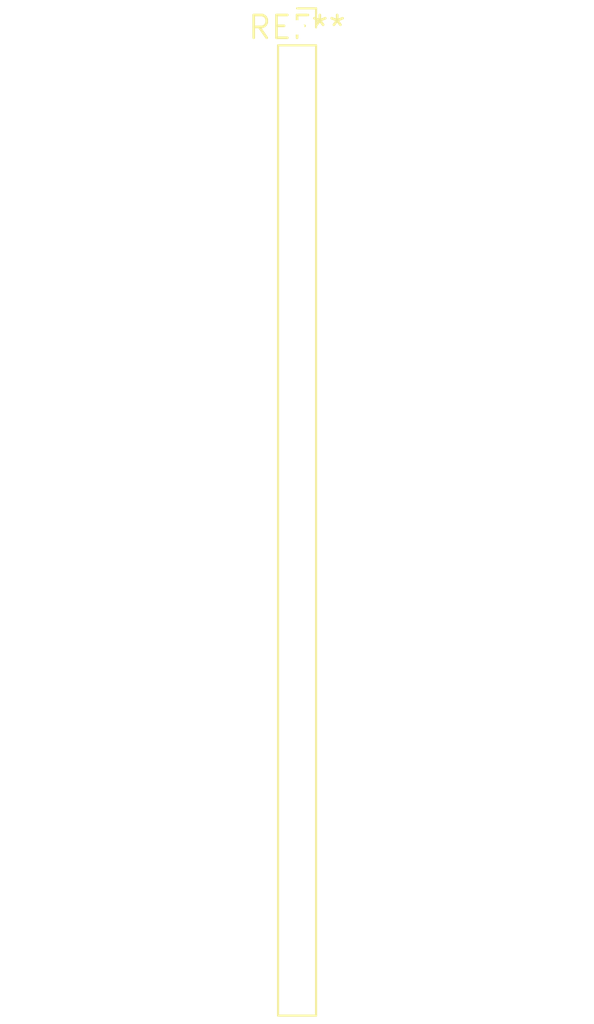
<source format=kicad_pcb>
(kicad_pcb (version 20240108) (generator pcbnew)
  (layers (0 "F.Cu" signal) (31 "B.Cu" signal) (34 "B.Paste" user) (35 "F.Paste" user) (36 "B.SilkS" user "B.Silkscreen") (37 "F.SilkS" user "F.Silkscreen") (38 "B.Mask" user) (39 "F.Mask" user) (44 "Edge.Cuts" user))
  (net 0 "")
  (footprint "PinSocket_1x28_P2.00mm_Vertical" (layer "F.Cu") (at 0 0)
    (property "Reference" "REF**")
    (property "Value" "PinSocket_1x28_P2.00mm_Vertical")
    (fp_line (start -1.06 1) (end -1.06 55.06) (layer "F.SilkS") (stroke (width 0.12)))
    (fp_line (start -1.06 1) (end 1.06 1) (layer "F.SilkS") (stroke (width 0.12)))
    (fp_line (start -1.06 55.06) (end 1.06 55.06) (layer "F.SilkS") (stroke (width 0.12)))
    (fp_line (start 0 -1.06) (end 1.06 -1.06) (layer "F.SilkS") (stroke (width 0.12)))
    (fp_line (start 1.06 -1.06) (end 1.06 0) (layer "F.SilkS") (stroke (width 0.12)))
    (fp_line (start 1.06 1) (end 1.06 55.06) (layer "F.SilkS") (stroke (width 0.12)))
    (pad "1" thru_hole rect (at 0 0) (size 1.35 1.35) (drill 0.8) (layers *.Cu *.Mask) (remove_unused_layers))
    (pad "2" thru_hole oval (at 0 2) (size 1.35 1.35) (drill 0.8) (layers *.Cu *.Mask) (remove_unused_layers))
    (pad "3" thru_hole oval (at 0 4) (size 1.35 1.35) (drill 0.8) (layers *.Cu *.Mask) (remove_unused_layers))
    (pad "4" thru_hole oval (at 0 6) (size 1.35 1.35) (drill 0.8) (layers *.Cu *.Mask) (remove_unused_layers))
    (pad "5" thru_hole oval (at 0 8) (size 1.35 1.35) (drill 0.8) (layers *.Cu *.Mask) (remove_unused_layers))
    (pad "6" thru_hole oval (at 0 10) (size 1.35 1.35) (drill 0.8) (layers *.Cu *.Mask) (remove_unused_layers))
    (pad "7" thru_hole oval (at 0 12) (size 1.35 1.35) (drill 0.8) (layers *.Cu *.Mask) (remove_unused_layers))
    (pad "8" thru_hole oval (at 0 14) (size 1.35 1.35) (drill 0.8) (layers *.Cu *.Mask) (remove_unused_layers))
    (pad "9" thru_hole oval (at 0 16) (size 1.35 1.35) (drill 0.8) (layers *.Cu *.Mask) (remove_unused_layers))
    (pad "10" thru_hole oval (at 0 18) (size 1.35 1.35) (drill 0.8) (layers *.Cu *.Mask) (remove_unused_layers))
    (pad "11" thru_hole oval (at 0 20) (size 1.35 1.35) (drill 0.8) (layers *.Cu *.Mask) (remove_unused_layers))
    (pad "12" thru_hole oval (at 0 22) (size 1.35 1.35) (drill 0.8) (layers *.Cu *.Mask) (remove_unused_layers))
    (pad "13" thru_hole oval (at 0 24) (size 1.35 1.35) (drill 0.8) (layers *.Cu *.Mask) (remove_unused_layers))
    (pad "14" thru_hole oval (at 0 26) (size 1.35 1.35) (drill 0.8) (layers *.Cu *.Mask) (remove_unused_layers))
    (pad "15" thru_hole oval (at 0 28) (size 1.35 1.35) (drill 0.8) (layers *.Cu *.Mask) (remove_unused_layers))
    (pad "16" thru_hole oval (at 0 30) (size 1.35 1.35) (drill 0.8) (layers *.Cu *.Mask) (remove_unused_layers))
    (pad "17" thru_hole oval (at 0 32) (size 1.35 1.35) (drill 0.8) (layers *.Cu *.Mask) (remove_unused_layers))
    (pad "18" thru_hole oval (at 0 34) (size 1.35 1.35) (drill 0.8) (layers *.Cu *.Mask) (remove_unused_layers))
    (pad "19" thru_hole oval (at 0 36) (size 1.35 1.35) (drill 0.8) (layers *.Cu *.Mask) (remove_unused_layers))
    (pad "20" thru_hole oval (at 0 38) (size 1.35 1.35) (drill 0.8) (layers *.Cu *.Mask) (remove_unused_layers))
    (pad "21" thru_hole oval (at 0 40) (size 1.35 1.35) (drill 0.8) (layers *.Cu *.Mask) (remove_unused_layers))
    (pad "22" thru_hole oval (at 0 42) (size 1.35 1.35) (drill 0.8) (layers *.Cu *.Mask) (remove_unused_layers))
    (pad "23" thru_hole oval (at 0 44) (size 1.35 1.35) (drill 0.8) (layers *.Cu *.Mask) (remove_unused_layers))
    (pad "24" thru_hole oval (at 0 46) (size 1.35 1.35) (drill 0.8) (layers *.Cu *.Mask) (remove_unused_layers))
    (pad "25" thru_hole oval (at 0 48) (size 1.35 1.35) (drill 0.8) (layers *.Cu *.Mask) (remove_unused_layers))
    (pad "26" thru_hole oval (at 0 50) (size 1.35 1.35) (drill 0.8) (layers *.Cu *.Mask) (remove_unused_layers))
    (pad "27" thru_hole oval (at 0 52) (size 1.35 1.35) (drill 0.8) (layers *.Cu *.Mask) (remove_unused_layers))
    (pad "28" thru_hole oval (at 0 54) (size 1.35 1.35) (drill 0.8) (layers *.Cu *.Mask) (remove_unused_layers))
  )
)
</source>
